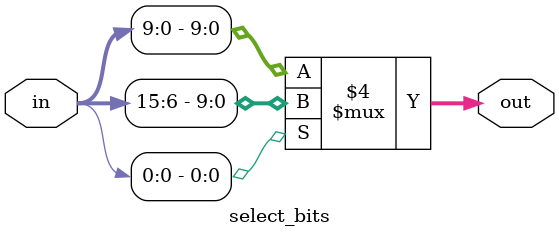
<source format=v>
module select_bits #(
    parameter WIDTH = 16
)(
    input signed [WIDTH-1:0] in,
    output reg [9:0] out
);

    always @(*) begin
        if (in[0] == 1'b0) // even
            out = in[9:0];
        else // odd
            out = in[WIDTH-1:WIDTH-10];
    end

endmodule
</source>
